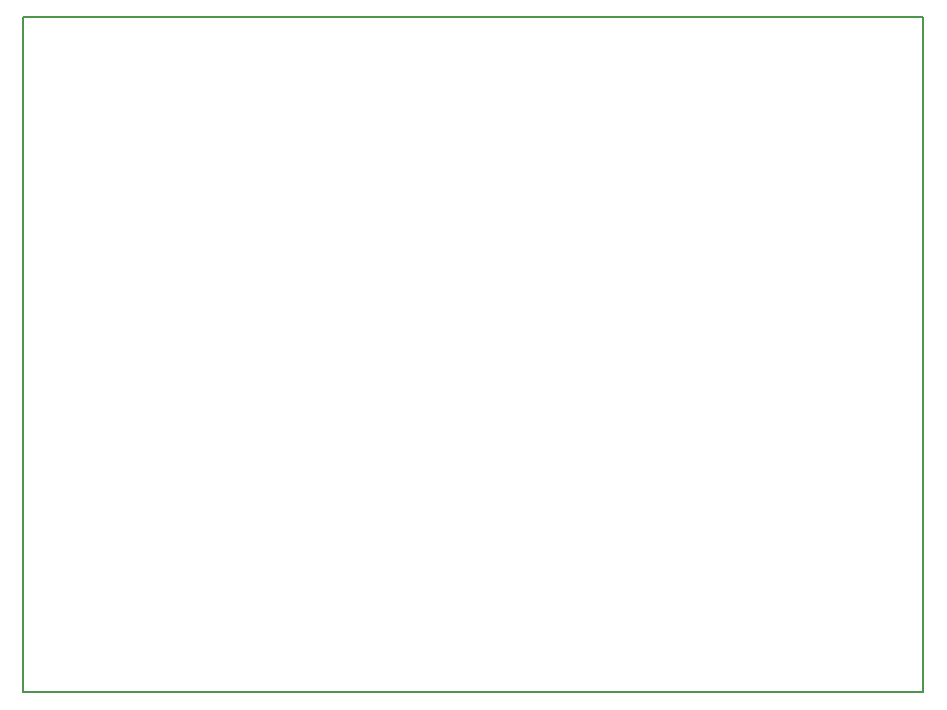
<source format=gbr>
G04 #@! TF.GenerationSoftware,KiCad,Pcbnew,(5.1.6-0-10_14)*
G04 #@! TF.CreationDate,2020-08-18T13:46:32-04:00*
G04 #@! TF.ProjectId,Pufferfish-Interface-2,50756666-6572-4666-9973-682d496e7465,rev?*
G04 #@! TF.SameCoordinates,Original*
G04 #@! TF.FileFunction,Profile,NP*
%FSLAX46Y46*%
G04 Gerber Fmt 4.6, Leading zero omitted, Abs format (unit mm)*
G04 Created by KiCad (PCBNEW (5.1.6-0-10_14)) date 2020-08-18 13:46:32*
%MOMM*%
%LPD*%
G01*
G04 APERTURE LIST*
G04 #@! TA.AperFunction,Profile*
%ADD10C,0.150000*%
G04 #@! TD*
G04 APERTURE END LIST*
D10*
X-7620000Y-57150000D02*
X-7620000Y0D01*
X-7620000Y0D02*
X68580000Y0D01*
X68580000Y-57150000D02*
X68580000Y0D01*
X-7620000Y-57150000D02*
X68580000Y-57150000D01*
M02*

</source>
